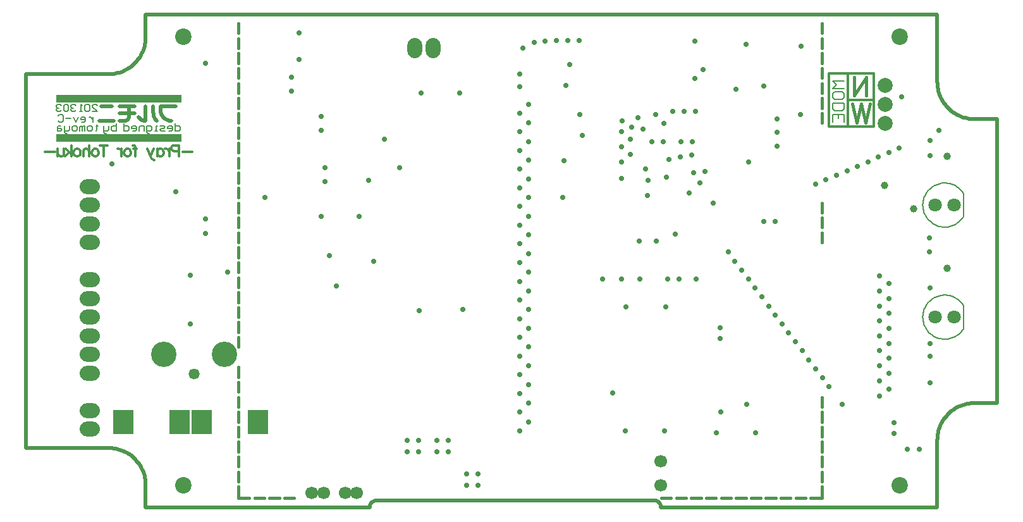
<source format=gbs>
%FSLAX43Y43*%
%MOMM*%
G71*
G01*
G75*
%ADD10C,0.300*%
%ADD11C,0.200*%
%ADD12C,0.500*%
%ADD13R,0.800X1.200*%
%ADD14R,0.700X1.100*%
%ADD15R,0.825X2.000*%
%ADD16R,2.200X2.500*%
%ADD17R,1.800X0.800*%
%ADD18R,1.800X1.200*%
%ADD19R,1.600X1.100*%
%ADD20R,1.100X1.600*%
%ADD21R,1.000X0.400*%
%ADD22O,0.200X0.400*%
%ADD23O,0.400X0.200*%
%ADD24C,1.000*%
%ADD25R,1.600X0.200*%
%ADD26R,0.200X1.600*%
%ADD27R,2.300X0.400*%
%ADD28R,3.250X0.700*%
%ADD29R,2.000X0.500*%
%ADD30R,0.500X1.700*%
%ADD31R,0.500X1.700*%
%ADD32R,0.350X1.800*%
%ADD33R,1.100X0.700*%
%ADD34R,1.200X1.800*%
%ADD35R,2.600X2.600*%
%ADD36R,0.500X2.200*%
%ADD37R,1.500X2.900*%
%ADD38R,2.900X1.500*%
%ADD39R,1.500X2.900*%
%ADD40R,2.900X1.500*%
%ADD41R,0.350X1.600*%
%ADD42R,2.270X0.550*%
%ADD43R,1.400X0.900*%
%ADD44R,0.600X1.550*%
%ADD45R,1.200X0.220*%
%ADD46R,0.400X2.300*%
%ADD47R,1.220X0.620*%
%ADD48R,1.000X0.450*%
%ADD49R,1.600X0.300*%
%ADD50R,1.400X1.000*%
%ADD51R,1.800X0.500*%
%ADD52C,0.200*%
%ADD53C,0.300*%
%ADD54C,0.400*%
%ADD55C,0.254*%
%ADD56C,1.500*%
%ADD57C,1.000*%
%ADD58O,2.500X1.800*%
%ADD59C,1.800*%
%ADD60R,2.500X3.000*%
%ADD61C,3.200*%
%ADD62C,1.270*%
%ADD63C,1.500*%
%ADD64C,2.000*%
%ADD65O,1.800X2.500*%
%ADD66C,1.600*%
%ADD67C,1.300*%
%ADD68C,0.500*%
%ADD69C,0.750*%
%ADD70C,0.210*%
%ADD71C,0.180*%
%ADD72C,0.250*%
%ADD73C,0.150*%
%ADD74R,16.750X1.000*%
%ADD75R,16.750X1.000*%
%ADD76R,3.500X2.500*%
%ADD77R,1.800X1.800*%
%ADD78R,1.000X1.400*%
%ADD79R,0.900X1.300*%
%ADD80R,1.025X2.200*%
%ADD81R,2.400X2.700*%
%ADD82R,2.000X1.000*%
%ADD83R,2.000X1.400*%
%ADD84R,1.800X1.300*%
%ADD85R,1.300X1.800*%
%ADD86R,1.200X0.600*%
%ADD87O,0.400X0.600*%
%ADD88O,0.600X0.400*%
%ADD89C,1.200*%
%ADD90R,1.800X0.400*%
%ADD91R,0.400X1.800*%
%ADD92R,2.500X0.600*%
%ADD93R,3.450X0.900*%
%ADD94R,2.200X0.700*%
%ADD95R,0.700X1.900*%
%ADD96R,0.700X1.900*%
%ADD97R,0.550X2.000*%
%ADD98R,1.300X0.900*%
%ADD99R,1.400X2.000*%
%ADD100R,2.800X2.800*%
%ADD101R,0.700X2.400*%
%ADD102R,1.700X3.100*%
%ADD103R,3.100X1.700*%
%ADD104R,1.700X3.100*%
%ADD105R,3.100X1.700*%
%ADD106R,0.550X1.800*%
%ADD107R,2.470X0.750*%
%ADD108R,0.800X1.750*%
%ADD109R,1.400X0.420*%
%ADD110R,0.600X2.500*%
%ADD111R,1.420X0.820*%
%ADD112R,1.200X0.650*%
%ADD113R,1.600X1.200*%
%ADD114R,2.000X0.700*%
%ADD115O,2.700X2.000*%
%ADD116C,2.000*%
%ADD117R,2.700X3.200*%
%ADD118C,3.400*%
%ADD119C,1.470*%
%ADD120C,1.700*%
%ADD121C,2.200*%
%ADD122O,2.000X2.700*%
%ADD123C,0.700*%
%ADD124R,16.750X1.000*%
%ADD125R,16.750X1.000*%
D12*
X461691Y573495D02*
X461941Y573562D01*
X462124Y573745D01*
X462191Y573995D01*
X463456Y574005D02*
X463606Y573831D01*
X463787Y573688D01*
X463991Y573582D01*
X464212Y573517D01*
X464441Y573495D01*
X465441Y574702D02*
X465462Y574435D01*
X465525Y574174D01*
X465627Y573927D01*
X465767Y573699D01*
X465941Y573495D01*
X466441Y574968D02*
X466464Y574712D01*
X466530Y574464D01*
X466639Y574232D01*
X466786Y574021D01*
X466968Y573840D01*
X467178Y573692D01*
X467411Y573584D01*
X467659Y573517D01*
X467915Y573495D01*
X458191Y573495D02*
X460191D01*
X458441Y575495D02*
X459941D01*
X460941Y573495D02*
X461691D01*
X462191Y573995D02*
Y575495D01*
X460941Y574495D02*
X462941D01*
X460941Y575495D02*
X462941D01*
X464441Y573495D02*
Y575495D01*
X465441Y574702D02*
Y575495D01*
X466441D02*
X468441D01*
X466441Y574968D02*
Y575495D01*
X495443Y522745D02*
X495184Y522711D01*
X494943Y522611D01*
X494736Y522452D01*
X494577Y522245D01*
X494477Y522004D01*
X494443Y521745D01*
X533443D02*
X533409Y522004D01*
X533309Y522245D01*
X533150Y522452D01*
X532943Y522611D01*
X532702Y522711D01*
X532443Y522745D01*
X570443Y578745D02*
X570450Y578492D01*
X570469Y578239D01*
X570501Y577988D01*
X570545Y577738D01*
X570603Y577492D01*
X570672Y577248D01*
X570754Y577008D01*
X570848Y576773D01*
X570954Y576543D01*
X571071Y576318D01*
X571200Y576100D01*
X571339Y575889D01*
X571489Y575684D01*
X571649Y575488D01*
X571819Y575300D01*
X571998Y575121D01*
X572186Y574951D01*
X572383Y574791D01*
X572587Y574641D01*
X572798Y574502D01*
X573017Y574373D01*
X573241Y574256D01*
X573471Y574150D01*
X573707Y574056D01*
X573946Y573974D01*
X574190Y573905D01*
X574437Y573847D01*
X574686Y573803D01*
X574937Y573771D01*
X575190Y573751D01*
X575443Y573745D01*
Y535745D02*
X575190Y535739D01*
X574937Y535719D01*
X574686Y535687D01*
X574437Y535643D01*
X574190Y535585D01*
X573946Y535516D01*
X573707Y535434D01*
X573471Y535340D01*
X573241Y535234D01*
X573017Y535117D01*
X572798Y534988D01*
X572587Y534849D01*
X572383Y534699D01*
X572186Y534539D01*
X571998Y534369D01*
X571819Y534190D01*
X571649Y534002D01*
X571489Y533805D01*
X571339Y533601D01*
X571200Y533390D01*
X571071Y533171D01*
X570954Y532947D01*
X570848Y532717D01*
X570754Y532481D01*
X570672Y532242D01*
X570603Y531998D01*
X570545Y531751D01*
X570501Y531502D01*
X570469Y531251D01*
X570450Y530998D01*
X570443Y530745D01*
X464443Y524745D02*
X464437Y524998D01*
X464417Y525251D01*
X464385Y525502D01*
X464341Y525751D01*
X464284Y525998D01*
X464214Y526242D01*
X464132Y526481D01*
X464038Y526717D01*
X463932Y526947D01*
X463815Y527171D01*
X463686Y527390D01*
X463547Y527601D01*
X463397Y527805D01*
X463237Y528002D01*
X463067Y528190D01*
X462888Y528369D01*
X462700Y528539D01*
X462504Y528699D01*
X462299Y528849D01*
X462088Y528988D01*
X461870Y529117D01*
X461645Y529234D01*
X461415Y529340D01*
X461180Y529434D01*
X460940Y529516D01*
X460696Y529585D01*
X460450Y529643D01*
X460200Y529687D01*
X459949Y529719D01*
X459696Y529739D01*
X459443Y529745D01*
Y579745D02*
X459696Y579751D01*
X459949Y579771D01*
X460200Y579803D01*
X460450Y579847D01*
X460696Y579905D01*
X460940Y579974D01*
X461180Y580056D01*
X461415Y580150D01*
X461645Y580256D01*
X461870Y580373D01*
X462088Y580502D01*
X462299Y580641D01*
X462504Y580791D01*
X462700Y580951D01*
X462888Y581121D01*
X463067Y581300D01*
X463237Y581488D01*
X463397Y581684D01*
X463547Y581889D01*
X463686Y582100D01*
X463815Y582318D01*
X463932Y582543D01*
X464038Y582773D01*
X464132Y583008D01*
X464214Y583248D01*
X464284Y583492D01*
X464341Y583738D01*
X464385Y583988D01*
X464417Y584239D01*
X464437Y584492D01*
X464443Y584745D01*
Y521745D02*
X494443D01*
X495443Y522745D02*
X532443D01*
X533443Y521745D02*
X570443D01*
X464443Y587745D02*
X570443D01*
X570443Y578745D01*
X575443Y573745D02*
X578443D01*
X570443Y521745D02*
X570443Y530745D01*
X575443Y535745D02*
X578443D01*
X464443Y521745D02*
X464443Y524745D01*
X464443Y587745D02*
X464443Y584745D01*
X448443Y529745D02*
X459443D01*
X448443Y579745D02*
X459443D01*
X448443Y529745D02*
Y579745D01*
X578443Y535745D02*
Y573745D01*
D24*
X563343Y564845D02*
D03*
X567243Y561745D02*
D03*
X571743Y568745D02*
D03*
Y553745D02*
D03*
D52*
X573942Y563813D02*
X573798Y564022D01*
X573637Y564217D01*
X573459Y564399D01*
X573267Y564564D01*
X573061Y564712D01*
X572843Y564842D01*
X572614Y564953D01*
X572377Y565043D01*
X572133Y565113D01*
X571884Y565162D01*
X571632Y565189D01*
X571378Y565194D01*
X571125Y565178D01*
X570874Y565140D01*
X570628Y565080D01*
X570387Y564999D01*
X570154Y564898D01*
X569931Y564778D01*
X569719Y564638D01*
X569519Y564481D01*
X569334Y564308D01*
X569165Y564119D01*
X569012Y563916D01*
X568878Y563701D01*
X568762Y563475D01*
X568666Y563240D01*
X568591Y562998D01*
X568537Y562750D01*
X568504Y562498D01*
X568493Y562245D01*
X568504Y561991D01*
X568537Y561740D01*
X568591Y561492D01*
X568666Y561250D01*
X568762Y561015D01*
X568878Y560789D01*
X569012Y560574D01*
X569165Y560371D01*
X569334Y560182D01*
X569519Y560008D01*
X569719Y559851D01*
X569931Y559712D01*
X570154Y559591D01*
X570387Y559491D01*
X570628Y559410D01*
X570874Y559350D01*
X571125Y559312D01*
X571378Y559296D01*
X571632Y559301D01*
X571884Y559328D01*
X572133Y559377D01*
X572377Y559447D01*
X572614Y559537D01*
X572843Y559648D01*
X573061Y559778D01*
X573267Y559926D01*
X573459Y560091D01*
X573637Y560273D01*
X573798Y560468D01*
X573942Y560677D01*
X573942Y548813D02*
X573798Y549022D01*
X573637Y549217D01*
X573459Y549399D01*
X573267Y549564D01*
X573061Y549712D01*
X572843Y549842D01*
X572614Y549953D01*
X572377Y550043D01*
X572133Y550113D01*
X571884Y550162D01*
X571632Y550189D01*
X571378Y550194D01*
X571125Y550178D01*
X570874Y550140D01*
X570628Y550080D01*
X570387Y549999D01*
X570154Y549898D01*
X569931Y549778D01*
X569719Y549638D01*
X569519Y549481D01*
X569334Y549308D01*
X569165Y549119D01*
X569012Y548916D01*
X568878Y548701D01*
X568762Y548475D01*
X568666Y548240D01*
X568591Y547998D01*
X568537Y547750D01*
X568504Y547498D01*
X568493Y547245D01*
X568504Y546991D01*
X568537Y546740D01*
X568591Y546492D01*
X568666Y546250D01*
X568762Y546015D01*
X568878Y545789D01*
X569012Y545574D01*
X569165Y545371D01*
X569334Y545182D01*
X569519Y545008D01*
X569719Y544851D01*
X569931Y544712D01*
X570154Y544591D01*
X570387Y544491D01*
X570628Y544410D01*
X570874Y544350D01*
X571125Y544312D01*
X571378Y544296D01*
X571632Y544301D01*
X571884Y544328D01*
X572133Y544377D01*
X572377Y544447D01*
X572614Y544537D01*
X572843Y544648D01*
X573061Y544778D01*
X573267Y544926D01*
X573459Y545091D01*
X573637Y545273D01*
X573798Y545468D01*
X573942Y545677D01*
X573943Y560695D02*
Y563795D01*
Y545695D02*
Y548795D01*
X457925Y572978D02*
Y572811D01*
X458091D01*
X457758D01*
X457925D01*
Y572312D01*
X457758Y572145D01*
X457092D02*
X456758D01*
X456592Y572312D01*
Y572645D01*
X456758Y572811D01*
X457092D01*
X457258Y572645D01*
Y572312D01*
X457092Y572145D01*
X456259D02*
Y572811D01*
X456092D01*
X455925Y572645D01*
Y572145D01*
Y572645D01*
X455759Y572811D01*
X455592Y572645D01*
Y572145D01*
X455092D02*
X454759D01*
X454592Y572312D01*
Y572645D01*
X454759Y572811D01*
X455092D01*
X455259Y572645D01*
Y572312D01*
X455092Y572145D01*
X454259Y572811D02*
Y572312D01*
X454093Y572145D01*
X453593D01*
Y571978D01*
X453759Y571812D01*
X453926D01*
X453593Y572145D02*
Y572811D01*
X453093D02*
X452760D01*
X452593Y572645D01*
Y572145D01*
X453093D01*
X453260Y572312D01*
X453093Y572478D01*
X452593D01*
X457391Y574011D02*
Y573345D01*
Y573678D01*
X457225Y573845D01*
X457058Y574011D01*
X456892D01*
X455892Y573345D02*
X456225D01*
X456392Y573512D01*
Y573845D01*
X456225Y574011D01*
X455892D01*
X455725Y573845D01*
Y573678D01*
X456392D01*
X455392Y574011D02*
X455059Y573345D01*
X454726Y574011D01*
X454392Y573845D02*
X453726D01*
X452726Y574178D02*
X452893Y574345D01*
X453226D01*
X453393Y574178D01*
Y573512D01*
X453226Y573345D01*
X452893D01*
X452726Y573512D01*
X457275Y574745D02*
X457941D01*
X457275Y575411D01*
Y575578D01*
X457442Y575745D01*
X457775D01*
X457941Y575578D01*
X456942D02*
X456775Y575745D01*
X456442D01*
X456275Y575578D01*
Y574912D01*
X456442Y574745D01*
X456775D01*
X456942Y574912D01*
Y575578D01*
X455942Y574745D02*
X455609D01*
X455775D01*
Y575745D01*
X455942Y575578D01*
X455109D02*
X454942Y575745D01*
X454609D01*
X454443Y575578D01*
Y575411D01*
X454609Y575245D01*
X454776D01*
X454609D01*
X454443Y575078D01*
Y574912D01*
X454609Y574745D01*
X454942D01*
X455109Y574912D01*
X454109Y575578D02*
X453943Y575745D01*
X453609D01*
X453443Y575578D01*
Y574912D01*
X453609Y574745D01*
X453943D01*
X454109Y574912D01*
Y575578D01*
X453110D02*
X452943Y575745D01*
X452610D01*
X452443Y575578D01*
Y575411D01*
X452610Y575245D01*
X452776D01*
X452610D01*
X452443Y575078D01*
Y574912D01*
X452610Y574745D01*
X452943D01*
X453110Y574912D01*
X460491Y573145D02*
Y572145D01*
X459992D01*
X459825Y572312D01*
Y572478D01*
Y572645D01*
X459992Y572811D01*
X460491D01*
X459492D02*
Y572312D01*
X459325Y572145D01*
X458825D01*
Y571978D01*
X458992Y571812D01*
X459158D01*
X458825Y572145D02*
Y572811D01*
X468375Y573145D02*
Y572145D01*
X468875D01*
X469041Y572312D01*
Y572645D01*
X468875Y572811D01*
X468375D01*
X467542Y572145D02*
X467875D01*
X468042Y572312D01*
Y572645D01*
X467875Y572811D01*
X467542D01*
X467375Y572645D01*
Y572478D01*
X468042D01*
X467042Y572145D02*
X466542D01*
X466376Y572312D01*
X466542Y572478D01*
X466875D01*
X467042Y572645D01*
X466875Y572811D01*
X466376D01*
X466042Y572145D02*
X465709D01*
X465876D01*
Y572811D01*
X466042D01*
X464876Y571812D02*
X464709D01*
X464543Y571978D01*
Y572811D01*
X465043D01*
X465209Y572645D01*
Y572312D01*
X465043Y572145D01*
X464543D01*
X464210D02*
Y572811D01*
X463710D01*
X463543Y572645D01*
Y572145D01*
X462710D02*
X463043D01*
X463210Y572312D01*
Y572645D01*
X463043Y572811D01*
X462710D01*
X462543Y572645D01*
Y572478D01*
X463210D01*
X461544Y573145D02*
Y572145D01*
X462044D01*
X462210Y572312D01*
Y572645D01*
X462044Y572811D01*
X461544D01*
X557943Y578865D02*
X556444D01*
X556943Y578365D01*
X556444Y577865D01*
X557943D01*
X556444Y576616D02*
Y577115D01*
X556694Y577365D01*
X557693D01*
X557943Y577115D01*
Y576616D01*
X557693Y576366D01*
X556694D01*
X556444Y576616D01*
Y575866D02*
X557943D01*
Y575116D01*
X557693Y574866D01*
X556694D01*
X556444Y575116D01*
Y575866D01*
Y573367D02*
Y574366D01*
X557943D01*
Y573367D01*
X557193Y574366D02*
Y573867D01*
D53*
X555943Y579865D02*
X561943D01*
X558443Y572745D02*
Y579865D01*
X555943Y572745D02*
X561943D01*
X555943D02*
Y579865D01*
X561943Y572745D02*
Y579865D01*
X558443Y576305D02*
X561943D01*
X470643Y569388D02*
X469358D01*
X468915Y569459D02*
X468272D01*
X468058Y569530D01*
X467987Y569602D01*
X467915Y569745D01*
Y569959D01*
X467987Y570102D01*
X468058Y570173D01*
X468272Y570245D01*
X468915D01*
Y568745D01*
X467579Y569745D02*
Y568745D01*
Y569316D02*
X467508Y569530D01*
X467365Y569673D01*
X467222Y569745D01*
X467008D01*
X466016D02*
Y568745D01*
Y569530D02*
X466158Y569673D01*
X466301Y569745D01*
X466515D01*
X466658Y569673D01*
X466801Y569530D01*
X466873Y569316D01*
Y569173D01*
X466801Y568959D01*
X466658Y568816D01*
X466515Y568745D01*
X466301D01*
X466158Y568816D01*
X466016Y568959D01*
X465544Y569745D02*
X465116Y568745D01*
X464687Y569745D02*
X465116Y568745D01*
X465259Y568459D01*
X465401Y568316D01*
X465544Y568245D01*
X465616D01*
X462688Y570245D02*
X462831D01*
X462973Y570173D01*
X463045Y569959D01*
Y568745D01*
X463259Y569745D02*
X462759D01*
X462116D02*
X462259Y569673D01*
X462402Y569530D01*
X462473Y569316D01*
Y569173D01*
X462402Y568959D01*
X462259Y568816D01*
X462116Y568745D01*
X461902D01*
X461759Y568816D01*
X461617Y568959D01*
X461545Y569173D01*
Y569316D01*
X461617Y569530D01*
X461759Y569673D01*
X461902Y569745D01*
X462116D01*
X461217D02*
Y568745D01*
Y569316D02*
X461145Y569530D01*
X461002Y569673D01*
X460860Y569745D01*
X460645D01*
X458831Y570245D02*
Y568745D01*
X459331Y570245D02*
X458332D01*
X457796Y569745D02*
X457939Y569673D01*
X458082Y569530D01*
X458153Y569316D01*
Y569173D01*
X458082Y568959D01*
X457939Y568816D01*
X457796Y568745D01*
X457582D01*
X457439Y568816D01*
X457296Y568959D01*
X457225Y569173D01*
Y569316D01*
X457296Y569530D01*
X457439Y569673D01*
X457582Y569745D01*
X457796D01*
X456896Y570245D02*
Y568745D01*
Y569459D02*
X456682Y569673D01*
X456539Y569745D01*
X456325D01*
X456182Y569673D01*
X456111Y569459D01*
Y568745D01*
X455361Y569745D02*
X455504Y569673D01*
X455646Y569530D01*
X455718Y569316D01*
Y569173D01*
X455646Y568959D01*
X455504Y568816D01*
X455361Y568745D01*
X455146D01*
X455004Y568816D01*
X454861Y568959D01*
X454789Y569173D01*
Y569316D01*
X454861Y569530D01*
X455004Y569673D01*
X455146Y569745D01*
X455361D01*
X454461Y570245D02*
Y568745D01*
X453747Y569745D02*
X454461Y569031D01*
X454175Y569316D02*
X453675Y568745D01*
X453440Y569745D02*
Y569031D01*
X453368Y568816D01*
X453225Y568745D01*
X453011D01*
X452868Y568816D01*
X452654Y569031D01*
Y569745D02*
Y568745D01*
X452261Y569388D02*
X450976D01*
D54*
X533503Y523075D02*
X534803D01*
X535503D02*
X536803D01*
X537503D02*
X538803D01*
X539503D02*
X540803D01*
X541503D02*
X542803D01*
X543503D02*
X544803D01*
X545503D02*
X546803D01*
X547503D02*
X548803D01*
X549503D02*
X550803D01*
X551503D02*
X552803D01*
X553503D02*
X554973D01*
Y524545D01*
Y525245D02*
Y526545D01*
Y527245D02*
Y528545D01*
Y529245D02*
Y530545D01*
Y531245D02*
Y532545D01*
Y533245D02*
Y534545D01*
Y535245D02*
Y536545D01*
Y557245D02*
Y558545D01*
Y559245D02*
Y560545D01*
Y561245D02*
Y562545D01*
Y573245D02*
Y574545D01*
Y575245D02*
Y576545D01*
Y577245D02*
Y578545D01*
Y579245D02*
Y580545D01*
Y581245D02*
Y582545D01*
Y583245D02*
Y584545D01*
Y585245D02*
Y586545D01*
X483013Y523075D02*
X484313D01*
X481013D02*
X482313D01*
X479013D02*
X480313D01*
X476843D02*
X478313D01*
X476843D02*
Y524545D01*
Y525245D02*
Y526545D01*
Y527245D02*
Y528545D01*
Y529245D02*
Y530545D01*
Y531245D02*
Y532545D01*
Y533245D02*
Y534545D01*
Y535245D02*
Y536545D01*
Y537245D02*
Y538545D01*
Y539245D02*
Y540545D01*
Y543245D02*
Y544545D01*
Y545245D02*
Y546545D01*
Y547245D02*
Y548545D01*
Y549245D02*
Y550545D01*
Y551245D02*
Y552545D01*
Y553245D02*
Y554545D01*
Y555245D02*
Y556545D01*
Y557245D02*
Y558545D01*
Y559245D02*
Y560545D01*
Y561245D02*
Y562545D01*
Y563245D02*
Y564545D01*
Y565245D02*
Y566545D01*
Y567245D02*
Y568545D01*
Y569245D02*
Y570545D01*
Y571245D02*
Y572545D01*
Y573245D02*
Y574545D01*
Y575245D02*
Y576545D01*
Y577245D02*
Y578545D01*
Y579245D02*
Y580545D01*
Y581245D02*
Y582545D01*
Y583245D02*
Y584545D01*
Y585245D02*
Y586545D01*
X561443Y575764D02*
X560848Y573265D01*
X560253Y575764D02*
X560848Y573265D01*
X560253Y575764D02*
X559658Y573265D01*
X559063Y575764D02*
X559658Y573265D01*
X560943Y579364D02*
Y576865D01*
Y579364D02*
X559277Y576865D01*
Y579364D02*
Y576865D01*
D59*
X572713Y547245D02*
D03*
X570173D02*
D03*
X572713Y562245D02*
D03*
X570173D02*
D03*
D68*
X464441Y573495D02*
D03*
D115*
X456943Y564745D02*
D03*
Y562245D02*
D03*
Y559745D02*
D03*
Y557245D02*
D03*
Y532245D02*
D03*
Y534745D02*
D03*
Y539745D02*
D03*
Y552245D02*
D03*
Y549745D02*
D03*
Y547245D02*
D03*
Y544745D02*
D03*
Y542245D02*
D03*
D116*
X563443Y575685D02*
D03*
Y573145D02*
D03*
Y578225D02*
D03*
D117*
X471943Y533245D02*
D03*
X468943D02*
D03*
X479443D02*
D03*
X461443D02*
D03*
D118*
X474993Y542245D02*
D03*
X466893D02*
D03*
D119*
X470943Y539645D02*
D03*
D120*
X492693Y523745D02*
D03*
X491143D02*
D03*
X488243D02*
D03*
X486643D02*
D03*
X533443Y527945D02*
D03*
Y524745D02*
D03*
D121*
X469443D02*
D03*
Y584745D02*
D03*
X565443D02*
D03*
Y524745D02*
D03*
D122*
X502943Y583245D02*
D03*
X500443D02*
D03*
D123*
X468443Y564045D02*
D03*
X470443Y546345D02*
D03*
X537943Y584145D02*
D03*
X480443Y563245D02*
D03*
X546143Y531745D02*
D03*
X503443Y530745D02*
D03*
X504943Y529245D02*
D03*
X459943Y567745D02*
D03*
X522543Y574345D02*
D03*
X529543Y572645D02*
D03*
X534343Y552345D02*
D03*
X541343Y545845D02*
D03*
X514543Y579745D02*
D03*
Y578045D02*
D03*
X540443Y562545D02*
D03*
X537843Y566545D02*
D03*
X539343Y566745D02*
D03*
X536143Y570745D02*
D03*
X534543Y568345D02*
D03*
X529343Y569045D02*
D03*
X532243Y570745D02*
D03*
X536043Y568645D02*
D03*
X537243Y563845D02*
D03*
X537543Y568945D02*
D03*
X533743Y570745D02*
D03*
X531043Y572445D02*
D03*
X533843Y573145D02*
D03*
X538043Y574745D02*
D03*
X532743Y574345D02*
D03*
X530343Y573945D02*
D03*
X537643Y570745D02*
D03*
X531743Y565545D02*
D03*
X531643Y563545D02*
D03*
X528143Y572045D02*
D03*
X522943Y571545D02*
D03*
X554143Y565045D02*
D03*
X565343Y569845D02*
D03*
X545143Y568045D02*
D03*
X548943Y570145D02*
D03*
Y571995D02*
D03*
X515743Y575745D02*
D03*
X514543Y534545D02*
D03*
Y532045D02*
D03*
X520693Y578245D02*
D03*
X547243Y578145D02*
D03*
X543443Y577745D02*
D03*
X547243Y560045D02*
D03*
X514543Y564545D02*
D03*
X538143Y552345D02*
D03*
X535843Y552345D02*
D03*
X520243Y563245D02*
D03*
X528143Y565845D02*
D03*
Y552345D02*
D03*
X530643D02*
D03*
X533943Y532045D02*
D03*
X528643D02*
D03*
X534043Y548645D02*
D03*
X528743D02*
D03*
X501043Y548140D02*
D03*
X498443Y567245D02*
D03*
X496443Y571090D02*
D03*
X470443Y552845D02*
D03*
X472443Y560345D02*
D03*
Y558445D02*
D03*
X475443Y553245D02*
D03*
X489943Y551445D02*
D03*
X488443Y565345D02*
D03*
Y567245D02*
D03*
X487943Y560745D02*
D03*
X493043D02*
D03*
X489043Y555445D02*
D03*
X494943Y554745D02*
D03*
X487943Y574145D02*
D03*
Y572245D02*
D03*
X494318Y565545D02*
D03*
X483943Y577470D02*
D03*
Y579370D02*
D03*
X506443Y577245D02*
D03*
X501343D02*
D03*
X499443Y529245D02*
D03*
Y530745D02*
D03*
X500943D02*
D03*
Y529245D02*
D03*
X503443D02*
D03*
X504943Y530745D02*
D03*
X472443Y581245D02*
D03*
X484943Y581745D02*
D03*
Y585245D02*
D03*
X541343Y544345D02*
D03*
X526943Y537145D02*
D03*
X541443Y534545D02*
D03*
X544943Y535545D02*
D03*
X514543Y537045D02*
D03*
Y539545D02*
D03*
Y547045D02*
D03*
Y549545D02*
D03*
Y552045D02*
D03*
Y567045D02*
D03*
Y569545D02*
D03*
Y572045D02*
D03*
Y574545D02*
D03*
X514943Y583245D02*
D03*
X508943Y526245D02*
D03*
X507443D02*
D03*
Y524745D02*
D03*
X508943D02*
D03*
X525643Y552345D02*
D03*
X562743Y552745D02*
D03*
X563943Y551745D02*
D03*
X562743Y550745D02*
D03*
X563943Y549745D02*
D03*
X562743Y548745D02*
D03*
X563943Y547745D02*
D03*
X562743Y546745D02*
D03*
X563943Y545745D02*
D03*
X562743Y544745D02*
D03*
X563943Y543745D02*
D03*
X562743Y542745D02*
D03*
X563943Y541745D02*
D03*
X562743Y540745D02*
D03*
X563943Y539745D02*
D03*
X562743Y538745D02*
D03*
X563943Y537645D02*
D03*
X562743Y536645D02*
D03*
X564643Y531645D02*
D03*
Y533145D02*
D03*
X566443Y529545D02*
D03*
X568043D02*
D03*
X545143Y552345D02*
D03*
X542443Y555945D02*
D03*
X544243Y553545D02*
D03*
X546943Y549945D02*
D03*
X547843Y548745D02*
D03*
X552343Y542745D02*
D03*
X553243Y541545D02*
D03*
X548743Y547545D02*
D03*
X549643Y546345D02*
D03*
X550543Y545145D02*
D03*
X555943Y537945D02*
D03*
X555043Y539145D02*
D03*
X543343Y554745D02*
D03*
X551443Y543945D02*
D03*
X554143Y540345D02*
D03*
X546043Y551145D02*
D03*
X548743Y560045D02*
D03*
X557743Y535545D02*
D03*
X569368Y555995D02*
D03*
Y557820D02*
D03*
X540843Y531745D02*
D03*
X569443Y542045D02*
D03*
Y538445D02*
D03*
X521243Y581045D02*
D03*
X552193Y583495D02*
D03*
X544843Y583745D02*
D03*
X569443Y570845D02*
D03*
X539043Y580345D02*
D03*
X528143Y568045D02*
D03*
X563943Y569245D02*
D03*
X555543Y565645D02*
D03*
X556943Y566245D02*
D03*
X558343Y566845D02*
D03*
X559743Y567445D02*
D03*
X561143Y568045D02*
D03*
X562543Y568645D02*
D03*
X565643Y576745D02*
D03*
X514543Y559545D02*
D03*
Y562045D02*
D03*
Y557045D02*
D03*
Y554545D02*
D03*
X536543Y574745D02*
D03*
X535043D02*
D03*
X528243Y573545D02*
D03*
X534143Y565945D02*
D03*
X528143Y570045D02*
D03*
X529343Y571045D02*
D03*
X531343Y567045D02*
D03*
X538643Y565245D02*
D03*
X537943Y579145D02*
D03*
X514543Y544545D02*
D03*
Y542045D02*
D03*
X506943Y548245D02*
D03*
X532843Y557445D02*
D03*
X535343Y558345D02*
D03*
X530543Y557445D02*
D03*
X516443Y584045D02*
D03*
X517943Y584145D02*
D03*
X519443Y584245D02*
D03*
X520943D02*
D03*
X522443D02*
D03*
X548943Y573745D02*
D03*
X570693Y572245D02*
D03*
X515743Y573245D02*
D03*
Y533245D02*
D03*
Y535745D02*
D03*
Y538245D02*
D03*
Y540745D02*
D03*
Y543245D02*
D03*
Y545745D02*
D03*
Y548245D02*
D03*
Y550745D02*
D03*
Y553245D02*
D03*
Y555745D02*
D03*
Y558245D02*
D03*
Y560745D02*
D03*
Y563245D02*
D03*
Y565745D02*
D03*
Y568245D02*
D03*
Y570745D02*
D03*
X569443Y568845D02*
D03*
X569443Y551145D02*
D03*
X569443Y543745D02*
D03*
X520443Y568145D02*
D03*
X552143Y574345D02*
D03*
D124*
X460816Y571245D02*
D03*
D125*
X460816Y576495D02*
D03*
M02*

</source>
